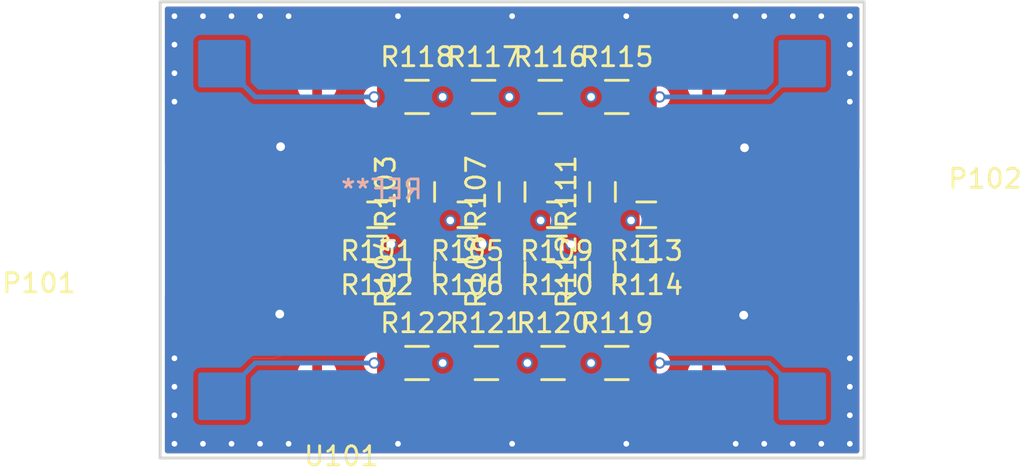
<source format=kicad_pcb>
(kicad_pcb (version 20221018) (generator pcbnew)
  (layers (0 "F.Cu" signal) (31 "B.Cu" signal) (34 "B.Paste" user) (35 "F.Paste" user) (36 "B.SilkS" user "B.Silkscreen") (37 "F.SilkS" user "F.Silkscreen") (38 "B.Mask" user) (39 "F.Mask" user) (44 "Edge.Cuts" user))
  (net 0 "")
  (net 1 "Net-(P101-Pad1)")
  (net 2 "GND")
  (net 3 "Net-(P102-Pad1)")
  (net 4 "Net-(R101-Pad1)")
  (net 5 "Net-(R105-Pad1)")
  (net 6 "Net-(R109-Pad1)")
  (net 7 "Net-(R115-Pad1)")
  (net 8 "Net-(R115-Pad2)")
  (net 9 "Net-(R116-Pad1)")
  (net 10 "Net-(R117-Pad1)")
  (net 11 "Net-(R118-Pad1)")
  (net 12 "Net-(R119-Pad1)")
  (net 13 "Net-(R119-Pad2)")
  (net 14 "Net-(R120-Pad1)")
  (net 15 "Net-(R121-Pad1)")
  (net 16 "Net-(R122-Pad1)")
  (footprint "Sockets_BNC:StichVIA" (layer "F.Cu") (at 28.25 80.75)
    (fp_text reference "REF**" hide)
    (fp_text value "StichVIA" hide)
    (pad "1" thru_hole circle (at 0 0) (size 0.6 0.6) (drill 0.3) (layers "*.Cu") (net 2 "GND"))
  )
  (footprint "Sockets_BNC:StichVIA" (layer "F.Cu") (at 28.25 82.25)
    (fp_text reference "REF**" hide)
    (fp_text value "StichVIA" hide)
    (pad "1" thru_hole circle (at 0 0) (size 0.6 0.6) (drill 0.3) (layers "*.Cu") (net 2 "GND"))
  )
  (footprint "Sockets_BNC:StichVIA" (layer "F.Cu") (at 28.25 83.75)
    (fp_text reference "REF**" hide)
    (fp_text value "StichVIA" hide)
    (pad "1" thru_hole circle (at 0 0) (size 0.6 0.6) (drill 0.3) (layers "*.Cu") (net 2 "GND"))
  )
  (footprint "Sockets_BNC:StichVIA" (layer "F.Cu") (at 28.25 85.25)
    (fp_text reference "REF**" hide)
    (fp_text value "StichVIA" hide)
    (pad "1" thru_hole circle (at 0 0) (size 0.6 0.6) (drill 0.3) (layers "*.Cu") (net 2 "GND"))
  )
  (footprint "Sockets_BNC:StichVIA" (layer "F.Cu") (at 29.75 80.75)
    (fp_text reference "REF**" hide)
    (fp_text value "StichVIA" hide)
    (pad "1" thru_hole circle (at 0 0) (size 0.6 0.6) (drill 0.3) (layers "*.Cu") (net 2 "GND"))
  )
  (footprint "Sockets_BNC:StichVIA" (layer "F.Cu") (at 31.25 80.75)
    (fp_text reference "REF**" hide)
    (fp_text value "StichVIA" hide)
    (pad "1" thru_hole circle (at 0 0) (size 0.6 0.6) (drill 0.3) (layers "*.Cu") (net 2 "GND"))
  )
  (footprint "Sockets_BNC:StichVIA" (layer "F.Cu") (at 32.75 80.75)
    (fp_text reference "REF**" hide)
    (fp_text value "StichVIA" hide)
    (pad "1" thru_hole circle (at 0 0) (size 0.6 0.6) (drill 0.3) (layers "*.Cu") (net 2 "GND"))
  )
  (footprint "Sockets_BNC:StichVIA" (layer "F.Cu") (at 34.25 80.75)
    (fp_text reference "REF**" hide)
    (fp_text value "StichVIA" hide)
    (pad "1" thru_hole circle (at 0 0) (size 0.6 0.6) (drill 0.3) (layers "*.Cu") (net 2 "GND"))
  )
  (footprint "Sockets_BNC:StichVIA" (layer "F.Cu") (at 40 80.75)
    (fp_text reference "REF**" hide)
    (fp_text value "StichVIA" hide)
    (pad "1" thru_hole circle (at 0 0) (size 0.6 0.6) (drill 0.3) (layers "*.Cu") (net 2 "GND"))
  )
  (footprint "Sockets_BNC:StichVIA" (layer "F.Cu") (at 46 80.75)
    (fp_text reference "REF**" hide)
    (fp_text value "StichVIA" hide)
    (pad "1" thru_hole circle (at 0 0) (size 0.6 0.6) (drill 0.3) (layers "*.Cu") (net 2 "GND"))
  )
  (footprint "Sockets_BNC:StichVIA" (layer "F.Cu") (at 52 80.75)
    (fp_text reference "REF**" hide)
    (fp_text value "StichVIA" hide)
    (pad "1" thru_hole circle (at 0 0) (size 0.6 0.6) (drill 0.3) (layers "*.Cu") (net 2 "GND"))
  )
  (footprint "Sockets_BNC:StichVIA" (layer "F.Cu") (at 57.75 80.75)
    (fp_text reference "REF**" hide)
    (fp_text value "StichVIA" hide)
    (pad "1" thru_hole circle (at 0 0) (size 0.6 0.6) (drill 0.3) (layers "*.Cu") (net 2 "GND"))
  )
  (footprint "Sockets_BNC:StichVIA" (layer "F.Cu") (at 59.25 80.75)
    (fp_text reference "REF**" hide)
    (fp_text value "StichVIA" hide)
    (pad "1" thru_hole circle (at 0 0) (size 0.6 0.6) (drill 0.3) (layers "*.Cu") (net 2 "GND"))
  )
  (footprint "Sockets_BNC:StichVIA" (layer "F.Cu") (at 60.75 80.75)
    (fp_text reference "REF**" hide)
    (fp_text value "StichVIA" hide)
    (pad "1" thru_hole circle (at 0 0) (size 0.6 0.6) (drill 0.3) (layers "*.Cu") (net 2 "GND"))
  )
  (footprint "Sockets_BNC:StichVIA" (layer "F.Cu") (at 62.25 80.75)
    (fp_text reference "REF**" hide)
    (fp_text value "StichVIA" hide)
    (pad "1" thru_hole circle (at 0 0) (size 0.6 0.6) (drill 0.3) (layers "*.Cu") (net 2 "GND"))
  )
  (footprint "Sockets_BNC:StichVIA" (layer "F.Cu") (at 63.75 80.75)
    (fp_text reference "REF**" hide)
    (fp_text value "StichVIA" hide)
    (pad "1" thru_hole circle (at 0 0) (size 0.6 0.6) (drill 0.3) (layers "*.Cu") (net 2 "GND"))
  )
  (footprint "Sockets_BNC:StichVIA" (layer "F.Cu") (at 63.75 82.25)
    (fp_text reference "REF**" hide)
    (fp_text value "StichVIA" hide)
    (pad "1" thru_hole circle (at 0 0) (size 0.6 0.6) (drill 0.3) (layers "*.Cu") (net 2 "GND"))
  )
  (footprint "Sockets_BNC:StichVIA" (layer "F.Cu") (at 63.75 83.75)
    (fp_text reference "REF**" hide)
    (fp_text value "StichVIA" hide)
    (pad "1" thru_hole circle (at 0 0) (size 0.6 0.6) (drill 0.3) (layers "*.Cu") (net 2 "GND"))
  )
  (footprint "Sockets_BNC:StichVIA" (layer "F.Cu") (at 63.75 85.25)
    (fp_text reference "REF**" hide)
    (fp_text value "StichVIA" hide)
    (pad "1" thru_hole circle (at 0 0) (size 0.6 0.6) (drill 0.3) (layers "*.Cu") (net 2 "GND"))
  )
  (footprint "Sockets_BNC:StichVIA" (layer "F.Cu") (at 28.25 98.75)
    (fp_text reference "REF**" hide)
    (fp_text value "StichVIA" hide)
    (pad "1" thru_hole circle (at 0 0) (size 0.6 0.6) (drill 0.3) (layers "*.Cu") (net 2 "GND"))
  )
  (footprint "Sockets_BNC:StichVIA" (layer "F.Cu") (at 28.25 100.25)
    (fp_text reference "REF**" hide)
    (fp_text value "StichVIA" hide)
    (pad "1" thru_hole circle (at 0 0) (size 0.6 0.6) (drill 0.3) (layers "*.Cu") (net 2 "GND"))
  )
  (footprint "Sockets_BNC:StichVIA" (layer "F.Cu") (at 28.25 101.75)
    (fp_text reference "REF**" hide)
    (fp_text value "StichVIA" hide)
    (pad "1" thru_hole circle (at 0 0) (size 0.6 0.6) (drill 0.3) (layers "*.Cu") (net 2 "GND"))
  )
  (footprint "Sockets_BNC:StichVIA" (layer "F.Cu") (at 28.25 103.25)
    (fp_text reference "REF**" hide)
    (fp_text value "StichVIA" hide)
    (pad "1" thru_hole circle (at 0 0) (size 0.6 0.6) (drill 0.3) (layers "*.Cu") (net 2 "GND"))
  )
  (footprint "Sockets_BNC:StichVIA" (layer "F.Cu") (at 29.75 103.25)
    (fp_text reference "REF**" hide)
    (fp_text value "StichVIA" hide)
    (pad "1" thru_hole circle (at 0 0) (size 0.6 0.6) (drill 0.3) (layers "*.Cu") (net 2 "GND"))
  )
  (footprint "Sockets_BNC:StichVIA" (layer "F.Cu") (at 31.25 103.25)
    (fp_text reference "REF**" hide)
    (fp_text value "StichVIA" hide)
    (pad "1" thru_hole circle (at 0 0) (size 0.6 0.6) (drill 0.3) (layers "*.Cu") (net 2 "GND"))
  )
  (footprint "Sockets_BNC:StichVIA" (layer "F.Cu") (at 32.75 103.25)
    (fp_text reference "REF**" hide)
    (fp_text value "StichVIA" hide)
    (pad "1" thru_hole circle (at 0 0) (size 0.6 0.6) (drill 0.3) (layers "*.Cu") (net 2 "GND"))
  )
  (footprint "Sockets_BNC:StichVIA" (layer "F.Cu") (at 34.25 103.25)
    (fp_text reference "REF**" hide)
    (fp_text value "StichVIA" hide)
    (pad "1" thru_hole circle (at 0 0) (size 0.6 0.6) (drill 0.3) (layers "*.Cu") (net 2 "GND"))
  )
  (footprint "Sockets_BNC:StichVIA" (layer "F.Cu") (at 40 103.25)
    (fp_text reference "REF**" hide)
    (fp_text value "StichVIA" hide)
    (pad "1" thru_hole circle (at 0 0) (size 0.6 0.6) (drill 0.3) (layers "*.Cu") (net 2 "GND"))
  )
  (footprint "Sockets_BNC:StichVIA" (layer "F.Cu") (at 46 103.25)
    (fp_text reference "REF**" hide)
    (fp_text value "StichVIA" hide)
    (pad "1" thru_hole circle (at 0 0) (size 0.6 0.6) (drill 0.3) (layers "*.Cu") (net 2 "GND"))
  )
  (footprint "Sockets_BNC:StichVIA" (layer "F.Cu") (at 52 103.25)
    (fp_text reference "REF**" hide)
    (fp_text value "StichVIA" hide)
    (pad "1" thru_hole circle (at 0 0) (size 0.6 0.6) (drill 0.3) (layers "*.Cu") (net 2 "GND"))
  )
  (footprint "Sockets_BNC:StichVIA" (layer "F.Cu") (at 57.75 103.25)
    (fp_text reference "REF**" hide)
    (fp_text value "StichVIA" hide)
    (pad "1" thru_hole circle (at 0 0) (size 0.6 0.6) (drill 0.3) (layers "*.Cu") (net 2 "GND"))
  )
  (footprint "Sockets_BNC:StichVIA" (layer "F.Cu") (at 59.25 103.25)
    (fp_text reference "REF**" hide)
    (fp_text value "StichVIA" hide)
    (pad "1" thru_hole circle (at 0 0) (size 0.6 0.6) (drill 0.3) (layers "*.Cu") (net 2 "GND"))
  )
  (footprint "Sockets_BNC:StichVIA" (layer "F.Cu") (at 60.75 103.25)
    (fp_text reference "REF**" hide)
    (fp_text value "StichVIA" hide)
    (pad "1" thru_hole circle (at 0 0) (size 0.6 0.6) (drill 0.3) (layers "*.Cu") (net 2 "GND"))
  )
  (footprint "Sockets_BNC:StichVIA" (layer "F.Cu") (at 62.25 103.25)
    (fp_text reference "REF**" hide)
    (fp_text value "StichVIA" hide)
    (pad "1" thru_hole circle (at 0 0) (size 0.6 0.6) (drill 0.3) (layers "*.Cu") (net 2 "GND"))
  )
  (footprint "Sockets_BNC:StichVIA" (layer "F.Cu") (at 63.75 103.25)
    (fp_text reference "REF**" hide)
    (fp_text value "StichVIA" hide)
    (pad "1" thru_hole circle (at 0 0) (size 0.6 0.6) (drill 0.3) (layers "*.Cu") (net 2 "GND"))
  )
  (footprint "Sockets_BNC:StichVIA" (layer "F.Cu") (at 63.75 101.75)
    (fp_text reference "REF**" hide)
    (fp_text value "StichVIA" hide)
    (pad "1" thru_hole circle (at 0 0) (size 0.6 0.6) (drill 0.3) (layers "*.Cu") (net 2 "GND"))
  )
  (footprint "Sockets_BNC:StichVIA" (layer "F.Cu") (at 63.75 100.25)
    (fp_text reference "REF**" hide)
    (fp_text value "StichVIA" hide)
    (pad "1" thru_hole circle (at 0 0) (size 0.6 0.6) (drill 0.3) (layers "*.Cu") (net 2 "GND"))
  )
  (footprint "Sockets_BNC:StichVIA" (layer "F.Cu") (at 63.75 98.75)
    (fp_text reference "REF**" hide)
    (fp_text value "StichVIA" hide)
    (pad "1" thru_hole circle (at 0 0) (size 0.6 0.6) (drill 0.3) (layers "*.Cu") (net 2 "GND"))
  )
  (footprint "Sockets_BNC:SMA_EDGE_CONNECTOR" (layer "F.Cu") (at 27.86 92)
    (fp_text reference "P101" (at -6.725 2.8) (layer "F.SilkS"))
    (fp_text value "BNC")
    (pad "1" smd rect (at 2.54 0) (size 5.08 2.29) (layers "F.Cu" "F.Paste" "F.Mask") (net 1 "Net-(P101-Pad1)"))
    (pad "2" smd rect (at 2.525 4.35) (size 5.08 2.415) (layers "B.Cu" "B.Paste" "B.Mask") (net 2 "GND"))
    (pad "2" smd rect (at 2.54 -4.3825) (size 5.08 2.415) (layers "F.Cu" "F.Paste" "F.Mask") (net 2 "GND"))
    (pad "2" smd rect (at 2.54 -4.3825) (size 5.08 2.415) (layers "B.Cu" "B.Paste" "B.Mask") (net 2 "GND"))
    (pad "2" smd rect (at 2.54 4.3825) (size 5.08 2.415) (layers "F.Cu" "F.Paste" "F.Mask") (net 2 "GND"))
    (pad "2" smd rect (at 5.225 -4.425) (size 0.97 0.46) (layers "F.Cu") (net 2 "GND"))
    (pad "2" smd rect (at 5.225 -4.425) (size 0.97 0.46) (layers "B.Cu") (net 2 "GND"))
    (pad "2" smd rect (at 5.225 4.425) (size 0.97 0.46) (layers "F.Cu") (net 2 "GND"))
    (pad "2" smd rect (at 5.225 4.425) (size 0.97 0.46) (layers "B.Cu") (net 2 "GND"))
    (pad "2" thru_hole circle (at 5.925 4.425) (size 0.97 0.97) (drill 0.46) (layers "*.Cu") (net 2 "GND"))
    (pad "2" thru_hole circle (at 5.97 -4.3825) (size 0.97 0.97) (drill 0.46) (layers "*.Cu") (net 2 "GND"))
  )
  (footprint "Sockets_BNC:SMA_EDGE_CONNECTOR" (layer "F.Cu") (at 64.14 92.1 180)
    (fp_text reference "P102" (at -6.725 2.8 180) (layer "F.SilkS"))
    (fp_text value "BNC")
    (pad "1" smd rect (at 2.54 0 180) (size 5.08 2.29) (layers "F.Cu" "F.Paste" "F.Mask") (net 3 "Net-(P102-Pad1)"))
    (pad "2" smd rect (at 2.525 4.35 180) (size 5.08 2.415) (layers "B.Cu" "B.Paste" "B.Mask") (net 2 "GND"))
    (pad "2" smd rect (at 2.54 -4.3825 180) (size 5.08 2.415) (layers "F.Cu" "F.Paste" "F.Mask") (net 2 "GND"))
    (pad "2" smd rect (at 2.54 -4.3825 180) (size 5.08 2.415) (layers "B.Cu" "B.Paste" "B.Mask") (net 2 "GND"))
    (pad "2" smd rect (at 2.54 4.3825 180) (size 5.08 2.415) (layers "F.Cu" "F.Paste" "F.Mask") (net 2 "GND"))
    (pad "2" smd rect (at 5.225 -4.425 180) (size 0.97 0.46) (layers "F.Cu") (net 2 "GND"))
    (pad "2" smd rect (at 5.225 -4.425 180) (size 0.97 0.46) (layers "B.Cu") (net 2 "GND"))
    (pad "2" smd rect (at 5.225 4.425 180) (size 0.97 0.46) (layers "F.Cu") (net 2 "GND"))
    (pad "2" smd rect (at 5.225 4.425 180) (size 0.97 0.46) (layers "B.Cu") (net 2 "GND"))
    (pad "2" thru_hole circle (at 5.925 4.425 180) (size 0.97 0.97) (drill 0.46) (layers "*.Cu") (net 2 "GND"))
    (pad "2" thru_hole circle (at 5.97 -4.3825 180) (size 0.97 0.97) (drill 0.46) (layers "*.Cu") (net 2 "GND"))
  )
  (footprint "Resistors_SMD:R_0603_HandSoldering" (layer "F.Cu") (at 38.9 91.2 180)
    (fp_text reference "R101" (at 0 -1.9 180) (layer "F.SilkS"))
    (fp_text value "R")
    (fp_line (start -0.5 -0.675) (end 0.5 -0.675) (stroke (width 0.15)) (layer "F.SilkS"))
    (fp_line (start 0.5 0.675) (end -0.5 0.675) (stroke (width 0.15)) (layer "F.SilkS"))
    (pad "1" smd rect (at -1.1 0 180) (size 1.2 0.9) (layers "F.Cu" "F.Paste" "F.Mask") (net 4 "Net-(R101-Pad1)"))
    (pad "2" smd rect (at 1.1 0 180) (size 1.2 0.9) (layers "F.Cu" "F.Paste" "F.Mask") (net 1 "Net-(P101-Pad1)"))
  )
  (footprint "Resistors_SMD:R_0603_HandSoldering" (layer "F.Cu") (at 38.9 93 180)
    (fp_text reference "R102" (at 0 -1.9 180) (layer "F.SilkS"))
    (fp_text value "R")
    (fp_line (start -0.5 -0.675) (end 0.5 -0.675) (stroke (width 0.15)) (layer "F.SilkS"))
    (fp_line (start 0.5 0.675) (end -0.5 0.675) (stroke (width 0.15)) (layer "F.SilkS"))
    (pad "1" smd rect (at -1.1 0 180) (size 1.2 0.9) (layers "F.Cu" "F.Paste" "F.Mask") (net 4 "Net-(R101-Pad1)"))
    (pad "2" smd rect (at 1.1 0 180) (size 1.2 0.9) (layers "F.Cu" "F.Paste" "F.Mask") (net 1 "Net-(P101-Pad1)"))
  )
  (footprint "Resistors_SMD:R_0603_HandSoldering" (layer "F.Cu") (at 41.25 90 90)
    (fp_text reference "R103" (at 0 -1.9 90) (layer "F.SilkS"))
    (fp_text value "R")
    (fp_line (start -0.5 -0.675) (end 0.5 -0.675) (stroke (width 0.15)) (layer "F.SilkS"))
    (fp_line (start 0.5 0.675) (end -0.5 0.675) (stroke (width 0.15)) (layer "F.SilkS"))
    (pad "1" smd rect (at -1.1 0 90) (size 1.2 0.9) (layers "F.Cu" "F.Paste" "F.Mask") (net 4 "Net-(R101-Pad1)"))
    (pad "2" smd rect (at 1.1 0 90) (size 1.2 0.9) (layers "F.Cu" "F.Paste" "F.Mask") (net 2 "GND"))
  )
  (footprint "Resistors_SMD:R_0603_HandSoldering" (layer "F.Cu") (at 41.25 94.2 90)
    (fp_text reference "R104" (at 0 -1.9 90) (layer "F.SilkS"))
    (fp_text value "R")
    (fp_line (start -0.5 -0.675) (end 0.5 -0.675) (stroke (width 0.15)) (layer "F.SilkS"))
    (fp_line (start 0.5 0.675) (end -0.5 0.675) (stroke (width 0.15)) (layer "F.SilkS"))
    (pad "1" smd rect (at -1.1 0 90) (size 1.2 0.9) (layers "F.Cu" "F.Paste" "F.Mask") (net 2 "GND"))
    (pad "2" smd rect (at 1.1 0 90) (size 1.2 0.9) (layers "F.Cu" "F.Paste" "F.Mask") (net 4 "Net-(R101-Pad1)"))
  )
  (footprint "Resistors_SMD:R_0603_HandSoldering" (layer "F.Cu") (at 43.65 91.2 180)
    (fp_text reference "R105" (at 0 -1.9 180) (layer "F.SilkS"))
    (fp_text value "R")
    (fp_line (start -0.5 -0.675) (end 0.5 -0.675) (stroke (width 0.15)) (layer "F.SilkS"))
    (fp_line (start 0.5 0.675) (end -0.5 0.675) (stroke (width 0.15)) (layer "F.SilkS"))
    (pad "1" smd rect (at -1.1 0 180) (size 1.2 0.9) (layers "F.Cu" "F.Paste" "F.Mask") (net 5 "Net-(R105-Pad1)"))
    (pad "2" smd rect (at 1.1 0 180) (size 1.2 0.9) (layers "F.Cu" "F.Paste" "F.Mask") (net 4 "Net-(R101-Pad1)"))
  )
  (footprint "Resistors_SMD:R_0603_HandSoldering" (layer "F.Cu") (at 43.65 93 180)
    (fp_text reference "R106" (at 0 -1.9 180) (layer "F.SilkS"))
    (fp_text value "R")
    (fp_line (start -0.5 -0.675) (end 0.5 -0.675) (stroke (width 0.15)) (layer "F.SilkS"))
    (fp_line (start 0.5 0.675) (end -0.5 0.675) (stroke (width 0.15)) (layer "F.SilkS"))
    (pad "1" smd rect (at -1.1 0 180) (size 1.2 0.9) (layers "F.Cu" "F.Paste" "F.Mask") (net 5 "Net-(R105-Pad1)"))
    (pad "2" smd rect (at 1.1 0 180) (size 1.2 0.9) (layers "F.Cu" "F.Paste" "F.Mask") (net 4 "Net-(R101-Pad1)"))
  )
  (footprint "Resistors_SMD:R_0603_HandSoldering" (layer "F.Cu") (at 46 90 90)
    (fp_text reference "R107" (at 0 -1.9 90) (layer "F.SilkS"))
    (fp_text value "R")
    (fp_line (start -0.5 -0.675) (end 0.5 -0.675) (stroke (width 0.15)) (layer "F.SilkS"))
    (fp_line (start 0.5 0.675) (end -0.5 0.675) (stroke (width 0.15)) (layer "F.SilkS"))
    (pad "1" smd rect (at -1.1 0 90) (size 1.2 0.9) (layers "F.Cu" "F.Paste" "F.Mask") (net 5 "Net-(R105-Pad1)"))
    (pad "2" smd rect (at 1.1 0 90) (size 1.2 0.9) (layers "F.Cu" "F.Paste" "F.Mask") (net 2 "GND"))
  )
  (footprint "Resistors_SMD:R_0603_HandSoldering" (layer "F.Cu") (at 46 94.2 90)
    (fp_text reference "R108" (at 0 -1.9 90) (layer "F.SilkS"))
    (fp_text value "R")
    (fp_line (start -0.5 -0.675) (end 0.5 -0.675) (stroke (width 0.15)) (layer "F.SilkS"))
    (fp_line (start 0.5 0.675) (end -0.5 0.675) (stroke (width 0.15)) (layer "F.SilkS"))
    (pad "1" smd rect (at -1.1 0 90) (size 1.2 0.9) (layers "F.Cu" "F.Paste" "F.Mask") (net 2 "GND"))
    (pad "2" smd rect (at 1.1 0 90) (size 1.2 0.9) (layers "F.Cu" "F.Paste" "F.Mask") (net 5 "Net-(R105-Pad1)"))
  )
  (footprint "Resistors_SMD:R_0603_HandSoldering" (layer "F.Cu") (at 48.35 91.2 180)
    (fp_text reference "R109" (at 0 -1.9 180) (layer "F.SilkS"))
    (fp_text value "R")
    (fp_line (start -0.5 -0.675) (end 0.5 -0.675) (stroke (width 0.15)) (layer "F.SilkS"))
    (fp_line (start 0.5 0.675) (end -0.5 0.675) (stroke (width 0.15)) (layer "F.SilkS"))
    (pad "1" smd rect (at -1.1 0 180) (size 1.2 0.9) (layers "F.Cu" "F.Paste" "F.Mask") (net 6 "Net-(R109-Pad1)"))
    (pad "2" smd rect (at 1.1 0 180) (size 1.2 0.9) (layers "F.Cu" "F.Paste" "F.Mask") (net 5 "Net-(R105-Pad1)"))
  )
  (footprint "Resistors_SMD:R_0603_HandSoldering" (layer "F.Cu") (at 48.35 93 180)
    (fp_text reference "R110" (at 0 -1.9 180) (layer "F.SilkS"))
    (fp_text value "R")
    (fp_line (start -0.5 -0.675) (end 0.5 -0.675) (stroke (width 0.15)) (layer "F.SilkS"))
    (fp_line (start 0.5 0.675) (end -0.5 0.675) (stroke (width 0.15)) (layer "F.SilkS"))
    (pad "1" smd rect (at -1.1 0 180) (size 1.2 0.9) (layers "F.Cu" "F.Paste" "F.Mask") (net 6 "Net-(R109-Pad1)"))
    (pad "2" smd rect (at 1.1 0 180) (size 1.2 0.9) (layers "F.Cu" "F.Paste" "F.Mask") (net 5 "Net-(R105-Pad1)"))
  )
  (footprint "Resistors_SMD:R_0603_HandSoldering" (layer "F.Cu") (at 50.75 90 90)
    (fp_text reference "R111" (at 0 -1.9 90) (layer "F.SilkS"))
    (fp_text value "R")
    (fp_line (start -0.5 -0.675) (end 0.5 -0.675) (stroke (width 0.15)) (layer "F.SilkS"))
    (fp_line (start 0.5 0.675) (end -0.5 0.675) (stroke (width 0.15)) (layer "F.SilkS"))
    (pad "1" smd rect (at -1.1 0 90) (size 1.2 0.9) (layers "F.Cu" "F.Paste" "F.Mask") (net 6 "Net-(R109-Pad1)"))
    (pad "2" smd rect (at 1.1 0 90) (size 1.2 0.9) (layers "F.Cu" "F.Paste" "F.Mask") (net 2 "GND"))
  )
  (footprint "Resistors_SMD:R_0603_HandSoldering" (layer "F.Cu") (at 50.75 94.2 90)
    (fp_text reference "R112" (at 0 -1.9 90) (layer "F.SilkS"))
    (fp_text value "R")
    (fp_line (start -0.5 -0.675) (end 0.5 -0.675) (stroke (width 0.15)) (layer "F.SilkS"))
    (fp_line (start 0.5 0.675) (end -0.5 0.675) (stroke (width 0.15)) (layer "F.SilkS"))
    (pad "1" smd rect (at -1.1 0 90) (size 1.2 0.9) (layers "F.Cu" "F.Paste" "F.Mask") (net 2 "GND"))
    (pad "2" smd rect (at 1.1 0 90) (size 1.2 0.9) (layers "F.Cu" "F.Paste" "F.Mask") (net 6 "Net-(R109-Pad1)"))
  )
  (footprint "Sockets_BNC:36103205-HF_Shield" (layer "F.Cu") (at 46 92)
    (fp_text reference "U101" (at -8.975 11.9) (layer "F.SilkS"))
    (fp_text value "36103205_HF_Shield")
    (pad "1" smd rect (at -10.25 -9.1) (size 1 3.3) (layers "F.Cu" "F.Paste" "F.Mask") (net 2 "GND"))
    (pad "1" smd rect (at -10.25 -3.25) (size 1 2.6) (layers "F.Cu" "F.Paste" "F.Mask") (net 2 "GND"))
    (pad "1" smd rect (at -10.25 3.25) (size 1 2.6) (layers "F.Cu" "F.Paste" "F.Mask") (net 2 "GND"))
    (pad "1" smd rect (at -10.25 9.1) (size 1 3.3) (layers "F.Cu" "F.Paste" "F.Mask") (net 2 "GND"))
    (pad "1" smd rect (at -9.1 -10.25) (size 3.3 1) (layers "F.Cu" "F.Paste" "F.Mask") (net 2 "GND"))
    (pad "1" smd rect (at -9.1 10.25) (size 3.3 1) (layers "F.Cu" "F.Paste" "F.Mask") (net 2 "GND"))
    (pad "1" smd rect (at -3.25 -10.25) (size 2.6 1) (layers "F.Cu" "F.Paste" "F.Mask") (net 2 "GND"))
    (pad "1" smd rect (at -3.25 10.25) (size 2.6 1) (layers "F.Cu" "F.Paste" "F.Mask") (net 2 "GND"))
    (pad "1" smd rect (at 3.25 -10.25) (size 2.6 1) (layers "F.Cu" "F.Paste" "F.Mask") (net 2 "GND"))
    (pad "1" smd rect (at 3.25 10.25) (size 2.6 1) (layers "F.Cu" "F.Paste" "F.Mask") (net 2 "GND"))
    (pad "1" smd rect (at 9 -10.25) (size 3.3 1) (layers "F.Cu" "F.Paste" "F.Mask") (net 2 "GND"))
    (pad "1" smd rect (at 9.1 10.25) (size 3.3 1) (layers "F.Cu" "F.Paste" "F.Mask") (net 2 "GND"))
    (pad "1" smd rect (at 10.25 -9.1) (size 1 3.3) (layers "F.Cu" "F.Paste" "F.Mask") (net 2 "GND"))
    (pad "1" smd rect (at 10.25 -3.25) (size 1 2.6) (layers "F.Cu" "F.Paste" "F.Mask") (net 2 "GND"))
    (pad "1" smd rect (at 10.25 3.25) (size 1 2.6) (layers "F.Cu" "F.Paste" "F.Mask") (net 2 "GND"))
    (pad "1" smd rect (at 10.25 9.1) (size 1 3.3) (layers "F.Cu" "F.Paste" "F.Mask") (net 2 "GND"))
  )
  (footprint "Resistors_SMD:R_0603_HandSoldering" (layer "F.Cu") (at 53.05 91.2 180)
    (fp_text reference "R113" (at 0 -1.9 180) (layer "F.SilkS"))
    (fp_text value "R")
    (fp_line (start -0.5 -0.675) (end 0.5 -0.675) (stroke (width 0.15)) (layer "F.SilkS"))
    (fp_line (start 0.5 0.675) (end -0.5 0.675) (stroke (width 0.15)) (layer "F.SilkS"))
    (pad "1" smd rect (at -1.1 0 180) (size 1.2 0.9) (layers "F.Cu" "F.Paste" "F.Mask") (net 3 "Net-(P102-Pad1)"))
    (pad "2" smd rect (at 1.1 0 180) (size 1.2 0.9) (layers "F.Cu" "F.Paste" "F.Mask") (net 6 "Net-(R109-Pad1)"))
  )
  (footprint "Resistors_SMD:R_0603_HandSoldering" (layer "F.Cu") (at 53.05 93 180)
    (fp_text reference "R114" (at 0 -1.9 180) (layer "F.SilkS"))
    (fp_text value "R")
    (fp_line (start -0.5 -0.675) (end 0.5 -0.675) (stroke (width 0.15)) (layer "F.SilkS"))
    (fp_line (start 0.5 0.675) (end -0.5 0.675) (stroke (width 0.15)) (layer "F.SilkS"))
    (pad "1" smd rect (at -1.1 0 180) (size 1.2 0.9) (layers "F.Cu" "F.Paste" "F.Mask") (net 3 "Net-(P102-Pad1)"))
    (pad "2" smd rect (at 1.1 0 180) (size 1.2 0.9) (layers "F.Cu" "F.Paste" "F.Mask") (net 6 "Net-(R109-Pad1)"))
  )
  (footprint "Resistors_SMD:R_0805_HandSoldering" (layer "F.Cu") (at 51.5 85)
    (fp_text reference "R115" (at 0 -2.1) (layer "F.SilkS"))
    (fp_text value "R")
    (fp_line (start -0.6 -0.875) (end 0.6 -0.875) (stroke (width 0.15)) (layer "F.SilkS"))
    (fp_line (start 0.6 0.875) (end -0.6 0.875) (stroke (width 0.15)) (layer "F.SilkS"))
    (pad "1" smd rect (at -1.35 0) (size 1.5 1.3) (layers "F.Cu" "F.Paste" "F.Mask") (net 7 "Net-(R115-Pad1)"))
    (pad "2" smd rect (at 1.35 0) (size 1.5 1.3) (layers "F.Cu" "F.Paste" "F.Mask") (net 8 "Net-(R115-Pad2)"))
  )
  (footprint "Resistors_SMD:R_0805_HandSoldering" (layer "F.Cu") (at 48 85)
    (fp_text reference "R116" (at 0 -2.1) (layer "F.SilkS"))
    (fp_text value "R")
    (fp_line (start -0.6 -0.875) (end 0.6 -0.875) (stroke (width 0.15)) (layer "F.SilkS"))
    (fp_line (start 0.6 0.875) (end -0.6 0.875) (stroke (width 0.15)) (layer "F.SilkS"))
    (pad "1" smd rect (at -1.35 0) (size 1.5 1.3) (layers "F.Cu" "F.Paste" "F.Mask") (net 9 "Net-(R116-Pad1)"))
    (pad "2" smd rect (at 1.35 0) (size 1.5 1.3) (layers "F.Cu" "F.Paste" "F.Mask") (net 7 "Net-(R115-Pad1)"))
  )
  (footprint "Resistors_SMD:R_0805_HandSoldering" (layer "F.Cu") (at 44.5 85)
    (fp_text reference "R117" (at 0 -2.1) (layer "F.SilkS"))
    (fp_text value "R")
    (fp_line (start -0.6 -0.875) (end 0.6 -0.875) (stroke (width 0.15)) (layer "F.SilkS"))
    (fp_line (start 0.6 0.875) (end -0.6 0.875) (stroke (width 0.15)) (layer "F.SilkS"))
    (pad "1" smd rect (at -1.35 0) (size 1.5 1.3) (layers "F.Cu" "F.Paste" "F.Mask") (net 10 "Net-(R117-Pad1)"))
    (pad "2" smd rect (at 1.35 0) (size 1.5 1.3) (layers "F.Cu" "F.Paste" "F.Mask") (net 9 "Net-(R116-Pad1)"))
  )
  (footprint "Resistors_SMD:R_0805_HandSoldering" (layer "F.Cu") (at 41 85)
    (fp_text reference "R118" (at 0 -2.1) (layer "F.SilkS"))
    (fp_text value "R")
    (fp_line (start -0.6 -0.875) (end 0.6 -0.875) (stroke (width 0.15)) (layer "F.SilkS"))
    (fp_line (start 0.6 0.875) (end -0.6 0.875) (stroke (width 0.15)) (layer "F.SilkS"))
    (pad "1" smd rect (at -1.35 0) (size 1.5 1.3) (layers "F.Cu" "F.Paste" "F.Mask") (net 11 "Net-(R118-Pad1)"))
    (pad "2" smd rect (at 1.35 0) (size 1.5 1.3) (layers "F.Cu" "F.Paste" "F.Mask") (net 10 "Net-(R117-Pad1)"))
  )
  (footprint "Resistors_SMD:R_0805_HandSoldering" (layer "F.Cu") (at 51.5 99)
    (fp_text reference "R119" (at 0 -2.1) (layer "F.SilkS"))
    (fp_text value "R")
    (fp_line (start -0.6 -0.875) (end 0.6 -0.875) (stroke (width 0.15)) (layer "F.SilkS"))
    (fp_line (start 0.6 0.875) (end -0.6 0.875) (stroke (width 0.15)) (layer "F.SilkS"))
    (pad "1" smd rect (at -1.35 0) (size 1.5 1.3) (layers "F.Cu" "F.Paste" "F.Mask") (net 12 "Net-(R119-Pad1)"))
    (pad "2" smd rect (at 1.35 0) (size 1.5 1.3) (layers "F.Cu" "F.Paste" "F.Mask") (net 13 "Net-(R119-Pad2)"))
  )
  (footprint "Resistors_SMD:R_0805_HandSoldering" (layer "F.Cu") (at 48.15 99)
    (fp_text reference "R120" (at 0 -2.1) (layer "F.SilkS"))
    (fp_text value "R")
    (fp_line (start -0.6 -0.875) (end 0.6 -0.875) (stroke (width 0.15)) (layer "F.SilkS"))
    (fp_line (start 0.6 0.875) (end -0.6 0.875) (stroke (width 0.15)) (layer "F.SilkS"))
    (pad "1" smd rect (at -1.35 0) (size 1.5 1.3) (layers "F.Cu" "F.Paste" "F.Mask") (net 14 "Net-(R120-Pad1)"))
    (pad "2" smd rect (at 1.35 0) (size 1.5 1.3) (layers "F.Cu" "F.Paste" "F.Mask") (net 12 "Net-(R119-Pad1)"))
  )
  (footprint "Resistors_SMD:R_0805_HandSoldering" (layer "F.Cu") (at 44.65 99)
    (fp_text reference "R121" (at 0 -2.1) (layer "F.SilkS"))
    (fp_text value "R")
    (fp_line (start -0.6 -0.875) (end 0.6 -0.875) (stroke (width 0.15)) (layer "F.SilkS"))
    (fp_line (start 0.6 0.875) (end -0.6 0.875) (stroke (width 0.15)) (layer "F.SilkS"))
    (pad "1" smd rect (at -1.35 0) (size 1.5 1.3) (layers "F.Cu" "F.Paste" "F.Mask") (net 15 "Net-(R121-Pad1)"))
    (pad "2" smd rect (at 1.35 0) (size 1.5 1.3) (layers "F.Cu" "F.Paste" "F.Mask") (net 14 "Net-(R120-Pad1)"))
  )
  (footprint "Resistors_SMD:R_0805_HandSoldering" (layer "F.Cu") (at 41 99)
    (fp_text reference "R122" (at 0 -2.1) (layer "F.SilkS"))
    (fp_text value "R")
    (fp_line (start -0.6 -0.875) (end 0.6 -0.875) (stroke (width 0.15)) (layer "F.SilkS"))
    (fp_line (start 0.6 0.875) (end -0.6 0.875) (stroke (width 0.15)) (layer "F.SilkS"))
    (pad "1" smd rect (at -1.35 0) (size 1.5 1.3) (layers "F.Cu" "F.Paste" "F.Mask") (net 16 "Net-(R122-Pad1)"))
    (pad "2" smd rect (at 1.35 0) (size 1.5 1.3) (layers "F.Cu" "F.Paste" "F.Mask") (net 15 "Net-(R121-Pad1)"))
  )
  (footprint "Sockets_BNC:Symbol_OSHW-Logo_Mask" (layer "B.Cu") (at 39.25 94.25 180)
    (fp_text reference "REF**" (at 0.09906 4.38912 180) (layer "B.SilkS") (effects (justify mirror)))
    (fp_text value "Symbol_OSHW-Logo_Mask")
  )
  (gr_line (start 64.5 104) (end 64.5 80) (stroke (width 0.15)) (layer "Edge.Cuts"))
  (gr_line (start 27.5 104) (end 64.5 104) (stroke (width 0.15)) (layer "Edge.Cuts"))
  (gr_line (start 27.5 80) (end 27.5 104) (stroke (width 0.15)) (layer "Edge.Cuts"))
  (gr_line (start 64.5 80) (end 27.5 80) (stroke (width 0.15)) (layer "Edge.Cuts"))
  (segment (start 30.4 92) (end 35.75 92) (width 2.7) (layer "F.Cu") (net 1))
  (segment (start 56.25 88.75) (end 56.25 88.25) (width 0.25) (layer "F.Cu") (net 2))
  (segment (start 58.81 92.1) (end 55.5 92.1) (width 2.7) (layer "F.Cu") (net 3))
  (segment (start 61.6 92.1) (end 58.81 92.1) (width 2.7) (layer "F.Cu") (net 3))
  (segment (start 42.55 91.2) (end 42.55 91.75) (width 0.25) (layer "F.Cu") (net 4))
  (segment (start 40 91.75) (end 39.65 92.1) (width 0.25) (layer "F.Cu") (net 4))
  (segment (start 42.55 91.75) (end 42.9 92.1) (width 0.25) (layer "F.Cu") (net 4))
  (segment (start 40 91.2) (end 40 91.75) (width 0.25) (layer "F.Cu") (net 4))
  (via (at 42.75 91.5) (size 0.6) (drill 0.4) (layers "F.Cu" "B.Cu") (net 4))
  (via (at 39.65 92.75) (size 0.6) (drill 0.4) (layers "F.Cu" "B.Cu") (net 4))
  (segment (start 47.25 91.2) (end 47.25 91.6) (width 0.25) (layer "F.Cu") (net 5))
  (segment (start 44.75 91.2) (end 44.75 91.7) (width 0.25) (layer "F.Cu") (net 5))
  (segment (start 44.75 91.7) (end 44.35 92.1) (width 0.25) (layer "F.Cu") (net 5))
  (segment (start 47.25 91.6) (end 47.75 92.1) (width 0.25) (layer "F.Cu") (net 5))
  (via (at 47.5 91.5) (size 0.6) (drill 0.4) (layers "F.Cu" "B.Cu") (net 5))
  (via (at 44.45 92.75) (size 0.6) (drill 0.4) (layers "F.Cu" "B.Cu") (net 5))
  (segment (start 51.95 93) (end 51.95 92.4) (width 0.25) (layer "F.Cu") (net 6))
  (segment (start 51.95 92.4) (end 52.25 92.1) (width 0.25) (layer "F.Cu") (net 6))
  (segment (start 49.45 91.75) (end 49.1 92.1) (width 0.25) (layer "F.Cu") (net 6))
  (segment (start 49.45 91.2) (end 49.45 91.75) (width 0.25) (layer "F.Cu") (net 6))
  (via (at 52.25 91.5) (size 0.6) (drill 0.4) (layers "F.Cu" "B.Cu") (net 6))
  (via (at 49.1 92.75) (size 0.6) (drill 0.4) (layers "F.Cu" "B.Cu") (net 6))
  (segment (start 49.35 85) (end 50.15 85) (width 0.25) (layer "F.Cu") (net 7))
  (via (at 50.15 85) (size 0.6) (drill 0.4) (layers "F.Cu" "B.Cu") (net 7))
  (segment (start 52.85 85) (end 53.75 85) (width 0.25) (layer "F.Cu") (net 8))
  (via (at 53.75 85) (size 0.6) (drill 0.4) (layers "F.Cu" "B.Cu") (net 8))
  (segment (start 59.5 85) (end 61.25 83.25) (width 0.25) (layer "B.Cu") (net 8))
  (segment (start 53.75 85) (end 59.5 85) (width 0.25) (layer "B.Cu") (net 8))
  (segment (start 46.65 85) (end 45.85 85) (width 0.25) (layer "F.Cu") (net 9))
  (via (at 45.85 85) (size 0.6) (drill 0.4) (layers "F.Cu" "B.Cu") (net 9))
  (via (at 42.35 85) (size 0.6) (drill 0.4) (layers "F.Cu" "B.Cu") (net 10))
  (segment (start 39.65 85) (end 38.75 85) (width 0.25) (layer "F.Cu") (net 11))
  (via (at 38.75 85) (size 0.6) (drill 0.4) (layers "F.Cu" "B.Cu") (net 11))
  (segment (start 31.75 84.25) (end 31.75 84) (width 0.25) (layer "B.Cu") (net 11))
  (segment (start 38.75 85) (end 32.5 85) (width 0.25) (layer "B.Cu") (net 11))
  (segment (start 32.5 85) (end 31.75 84.25) (width 0.25) (layer "B.Cu") (net 11))
  (segment (start 49.5 99) (end 50.15 99) (width 0.25) (layer "F.Cu") (net 12))
  (via (at 50.15 99) (size 0.6) (drill 0.4) (layers "F.Cu" "B.Cu") (net 12))
  (segment (start 52.85 99) (end 53.75 99) (width 0.25) (layer "F.Cu") (net 13))
  (via (at 53.75 99) (size 0.6) (drill 0.4) (layers "F.Cu" "B.Cu") (net 13))
  (segment (start 59.5 99) (end 61 100.5) (width 0.25) (layer "B.Cu") (net 13))
  (segment (start 61 100.5) (end 61 101) (width 0.25) (layer "B.Cu") (net 13))
  (segment (start 53.75 99) (end 59.5 99) (width 0.25) (layer "B.Cu") (net 13))
  (segment (start 46 99) (end 46.8 99) (width 0.25) (layer "F.Cu") (net 14))
  (via (at 46.8 99) (size 0.6) (drill 0.4) (layers "F.Cu" "B.Cu") (net 14))
  (segment (start 43.3 99) (end 42.35 99) (width 0.25) (layer "F.Cu") (net 15))
  (via (at 42.35 99) (size 0.6) (drill 0.4) (layers "F.Cu" "B.Cu") (net 15))
  (segment (start 39.65 99) (end 38.75 99) (width 0.25) (layer "F.Cu") (net 16))
  (via (at 38.75 99) (size 0.6) (drill 0.4) (layers "F.Cu" "B.Cu") (net 16))
  (segment (start 38.75 99) (end 32.5 99) (width 0.25) (layer "B.Cu") (net 16))
  (segment (start 31 100.5) (end 31 100.75) (width 0.25) (layer "B.Cu") (net 16))
  (segment (start 32.5 99) (end 31 100.5) (width 0.25) (layer "B.Cu") (net 16))
  (zone (net 2) (net_name "GND") (layer "F.Cu") (priority 2) (connect_pads yes (clearance 0.254)) (min_thickness 0.254) (fill yes (thermal_gap 0.508) (thermal_bridge_width 0.508))
    (polygon (pts (xy 64.25 98.25) (xy 56.25 98.25) (xy 56.25 93.75) (xy 59 95.75) (xy 64.25 95.75)))
  )
  (zone (net 0) (net_name "") (layer "F.Cu") (connect_pads yes (clearance 0)) (min_thickness 0.254)
    (keepout (tracks allowed) (vias allowed) (pads allowed) (copperpour not_allowed) (footprints allowed))
    (fill yes (thermal_gap 0.508) (thermal_bridge_width 0.508))
    (polygon (pts (xy 64.25 93.75) (xy 64.25 95.25) (xy 59 95.25) (xy 56.5 93.5) (xy 64.25 93.5)))
  )
  (zone (net 0) (net_name "") (layer "F.Cu") (connect_pads yes (clearance 0)) (min_thickness 0.254)
    (keepout (tracks allowed) (vias allowed) (pads allowed) (copperpour not_allowed) (footprints allowed))
    (fill yes (thermal_gap 0.508) (thermal_bridge_width 0.508))
    (polygon (pts (xy 64.25 90.5) (xy 56.5 90.5) (xy 59 89) (xy 64.25 89)))
  )
  (zone (net 6) (net_name "Net-(R109-Pad1)") (layer "F.Cu") (priority 3) (connect_pads yes (clearance 0.508)) (min_thickness 0.254) (fill yes (thermal_gap 0.508) (thermal_bridge_width 0.508))
    (polygon (pts (xy 48.85 90.5) (xy 52.7 90.5) (xy 52.7 93.7) (xy 48.7 93.7) (xy 48.7 90.5)))
  )
  (zone (net 2) (net_name "GND") (layer "F.Cu") (priority 2) (connect_pads yes (clearance 0.254)) (min_thickness 0.254) (fill yes (thermal_gap 0.508) (thermal_bridge_width 0.508))
    (polygon (pts (xy 36 94) (xy 35.25 94) (xy 33 95.5) (xy 27.75 95.5) (xy 27.75 98.75) (xy 33.5 98.75) (xy 36 97.75)))
  )
  (zone (net 2) (net_name "GND") (layer "F.Cu") (priority 2) (connect_pads yes (clearance 0.254)) (min_thickness 0.254) (fill yes (thermal_gap 0.508) (thermal_bridge_width 0.508))
    (polygon (pts (xy 64.25 85.5) (xy 56.25 85.5) (xy 56.25 90.25) (xy 58.65 88.8) (xy 64.25 88.8)))
  )
  (zone (net 0) (net_name "") (layer "F.Cu") (connect_pads yes (clearance 0)) (min_thickness 0.254)
    (keepout (tracks allowed) (vias allowed) (pads allowed) (copperpour not_allowed) (footprints allowed))
    (fill yes (thermal_gap 0.508) (thermal_bridge_width 0.508))
    (polygon (pts (xy 27.75 90.5) (xy 35.5 90.5) (xy 33.25 89) (xy 27.75 89)))
  )
  (zone (net 0) (net_name "") (layer "F.Cu") (connect_pads yes (clearance 0)) (min_thickness 0.254)
    (keepout (tracks allowed) (vias allowed) (pads allowed) (copperpour not_allowed) (footprints allowed))
    (fill yes (thermal_gap 0.508) (thermal_bridge_width 0.508))
    (polygon (pts (xy 27.75 93.5) (xy 27.75 95) (xy 33.25 95) (xy 35.5 93.5)))
  )
  (zone (net 3) (net_name "Net-(P102-Pad1)") (layer "F.Cu") (priority 3) (connect_pads yes (clearance 0.508)) (min_thickness 0.254) (fill yes (thermal_gap 0.508) (thermal_bridge_width 0.508))
    (polygon (pts (xy 53.75 90.55) (xy 54.95 90.55) (xy 54.95 90.75) (xy 57 90.75) (xy 57 93.45) (xy 54.975 93.45) (xy 54.975 93.65) (xy 53.35 93.65) (xy 53.35 90.55)))
  )
  (zone (net 1) (net_name "Net-(P101-Pad1)") (layer "F.Cu") (priority 3) (connect_pads yes (clearance 0.508)) (min_thickness 0.254) (fill yes (thermal_gap 0.508) (thermal_bridge_width 0.508))
    (polygon (pts (xy 38.6 90.75) (xy 38.6 93.65) (xy 37 93.65) (xy 37 93.35) (xy 35.5 93.35) (xy 35.5 90.65) (xy 37 90.65) (xy 37 90.55) (xy 38.6 90.55)))
  )
  (zone (net 5) (net_name "Net-(R105-Pad1)") (layer "F.Cu") (priority 2) (connect_pads yes (clearance 0.508)) (min_thickness 0.254) (fill yes (thermal_gap 0.508) (thermal_bridge_width 0.508))
    (polygon (pts (xy 44 90.5) (xy 48 90.5) (xy 48 93.5) (xy 48 93.7) (xy 44 93.7)))
  )
  (zone (net 2) (net_name "GND") (layer "F.Cu") (priority 1) (connect_pads (clearance 0.254)) (min_thickness 0.254) (fill yes (thermal_gap 0.508) (thermal_bridge_width 0.508) (smoothing fillet))
    (polygon (pts (xy 27.75 80.25) (xy 64.25 80.25) (xy 64.25 103.75) (xy 27.75 103.75)))
  )
  (zone (net 2) (net_name "GND") (layer "F.Cu") (priority 3) (connect_pads yes (clearance 0.254)) (min_thickness 0.254) (fill yes (thermal_gap 0.508) (thermal_bridge_width 0.508))
    (polygon (pts (xy 36 90) (xy 35.25 90) (xy 33 88.5) (xy 27.75 88.5) (xy 27.75 85.5) (xy 36 85.5)))
  )
  (zone (net 4) (net_name "Net-(R101-Pad1)") (layer "F.Cu") (priority 3) (connect_pads yes (clearance 0.508)) (min_thickness 0.254) (fill yes (thermal_gap 0.508) (thermal_bridge_width 0.508))
    (polygon (pts (xy 39.4 90.5) (xy 43.3 90.5) (xy 43.3 93.7) (xy 39.25 93.7) (xy 39.25 90.5)))
  )
  (zone (net 8) (net_name "Net-(R115-Pad2)") (layer "B.Cu") (priority 3) (connect_pads yes (clearance 0.254)) (min_thickness 0.254) (fill yes (thermal_gap 0.508) (thermal_bridge_width 0.508))
    (polygon (pts (xy 62.5 82) (xy 60 82) (xy 60 84.5) (xy 62.5 84.5)))
  )
  (zone (net 11) (net_name "Net-(R118-Pad1)") (layer "B.Cu") (priority 2) (connect_pads yes (clearance 0.254)) (min_thickness 0.254) (fill yes (thermal_gap 0.508) (thermal_bridge_width 0.508))
    (polygon (pts (xy 29.5 82) (xy 32 82) (xy 32 84.5) (xy 29.5 84.5)))
  )
  (zone (net 13) (net_name "Net-(R119-Pad2)") (layer "B.Cu") (priority 3) (connect_pads yes (clearance 0.254)) (min_thickness 0.254) (fill yes (thermal_gap 0.508) (thermal_bridge_width 0.508))
    (polygon (pts (xy 62.5 102) (xy 62.5 99.5) (xy 60 99.5) (xy 60 102)))
  )
  (zone (net 16) (net_name "Net-(R122-Pad1)") (layer "B.Cu") (priority 3) (connect_pads yes (clearance 0.254)) (min_thickness 0.254) (fill yes (thermal_gap 0.508) (thermal_bridge_width 0.508))
    (polygon (pts (xy 29.5 102) (xy 29.5 99.5) (xy 32 99.5) (xy 32 102)))
  )
  (zone (net 2) (net_name "GND") (layer "B.Cu") (priority 1) (connect_pads yes (clearance 0.254)) (min_thickness 0.254) (fill yes (thermal_gap 0.508) (thermal_bridge_width 0.508))
    (polygon (pts (xy 27.75 80.25) (xy 64.25 80.25) (xy 64.25 103.75) (xy 27.75 103.75)))
  )
)
</source>
